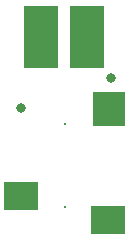
<source format=gts>
G04*
G04 #@! TF.GenerationSoftware,Altium Limited,Altium Designer,22.9.1 (49)*
G04*
G04 Layer_Color=8388736*
%FSLAX25Y25*%
%MOIN*%
G70*
G04*
G04 #@! TF.SameCoordinates,B2AAA613-013F-4F62-8ACF-547CB4211106*
G04*
G04*
G04 #@! TF.FilePolarity,Negative*
G04*
G01*
G75*
%ADD14R,0.11036X0.11824*%
%ADD15R,0.11824X0.09461*%
%ADD16R,0.11800X0.20800*%
%ADD17C,0.06800*%
%ADD18C,0.00800*%
%ADD19C,0.03200*%
D14*
X29894Y51008D02*
D03*
D15*
X29500Y14000D02*
D03*
X366Y21874D02*
D03*
D16*
X22500Y75000D02*
D03*
X7000D02*
D03*
D17*
X22500D02*
D03*
X7000D02*
D03*
D18*
X14933Y45890D02*
D03*
Y18331D02*
D03*
D19*
X30500Y61500D02*
D03*
X366Y51366D02*
D03*
M02*

</source>
